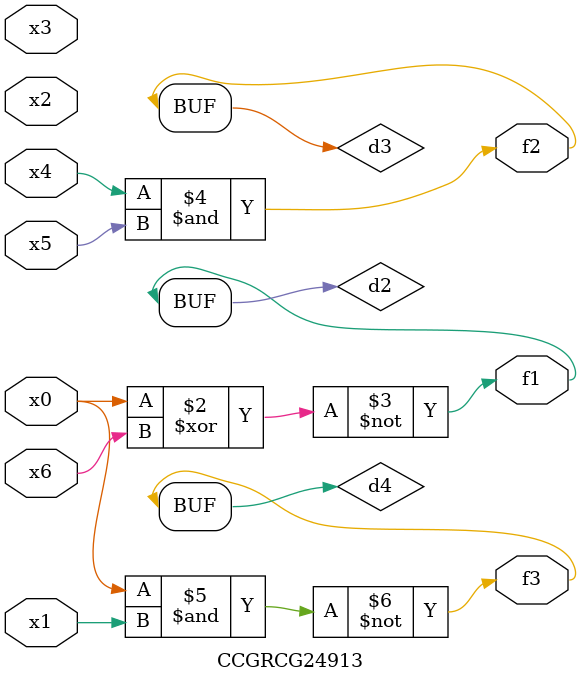
<source format=v>
module CCGRCG24913(
	input x0, x1, x2, x3, x4, x5, x6,
	output f1, f2, f3
);

	wire d1, d2, d3, d4;

	nor (d1, x0);
	xnor (d2, x0, x6);
	and (d3, x4, x5);
	nand (d4, x0, x1);
	assign f1 = d2;
	assign f2 = d3;
	assign f3 = d4;
endmodule

</source>
